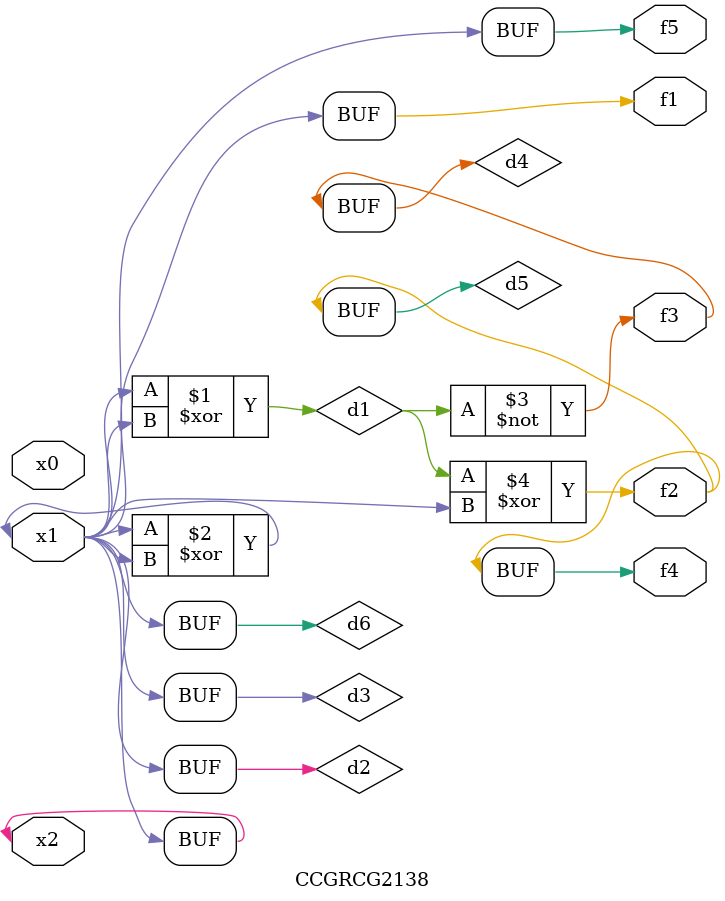
<source format=v>
module CCGRCG2138(
	input x0, x1, x2,
	output f1, f2, f3, f4, f5
);

	wire d1, d2, d3, d4, d5, d6;

	xor (d1, x1, x2);
	buf (d2, x1, x2);
	xor (d3, x1, x2);
	nor (d4, d1);
	xor (d5, d1, d2);
	buf (d6, d2, d3);
	assign f1 = d6;
	assign f2 = d5;
	assign f3 = d4;
	assign f4 = d5;
	assign f5 = d6;
endmodule

</source>
